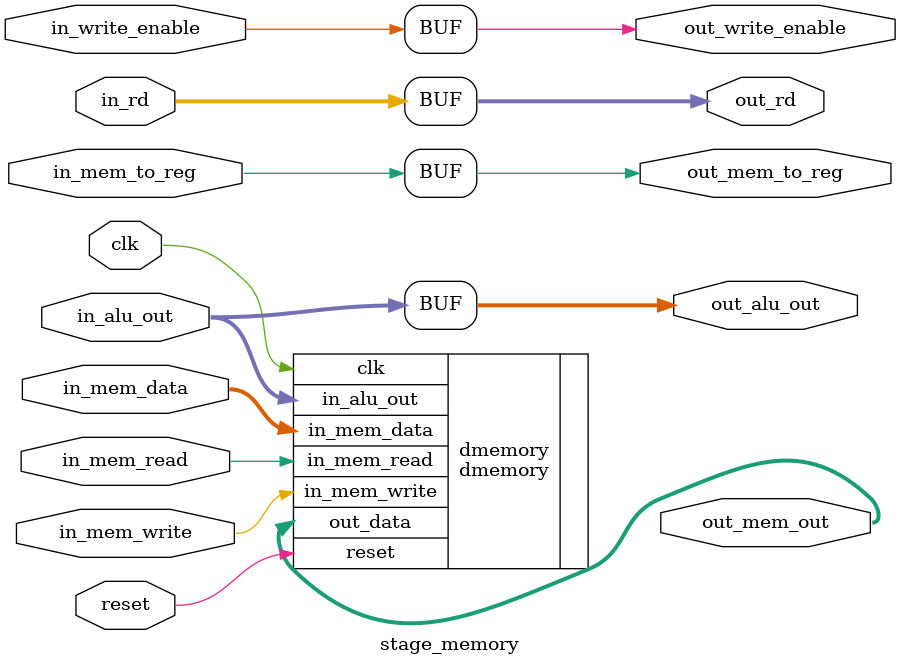
<source format=sv>
`include "dmemory.sv"

module stage_memory(
    input clk,
    input reset,

    //INPUT
    //Memory interaction
    input [31:0] in_alu_out, //Address
    input [31:0] in_mem_data,
    
    //Control
    input in_mem_write,
    input in_mem_read,

    //Passing by
    input [4:0] in_rd,
    input in_mem_to_reg,
    input in_write_enable,

    //OUTPUT
    output [31:0] out_alu_out,
    output [31:0] out_mem_out,
    output [4:0] out_rd,
    output out_mem_to_reg,
    output out_write_enable
);
    assign out_alu_out = in_alu_out;
    assign out_rd = in_rd;
    assign out_mem_to_reg = in_mem_to_reg;
    assign out_write_enable = in_write_enable;

    dmemory dmemory(
        .clk(clk),
        .reset(reset),

        //INPUT
        .in_alu_out(in_alu_out),
        .in_mem_data(in_mem_data),
        .in_mem_write(in_mem_write),
        .in_mem_read(in_mem_read),

        //OUTPUT
        .out_data(out_mem_out)
    );


endmodule

</source>
